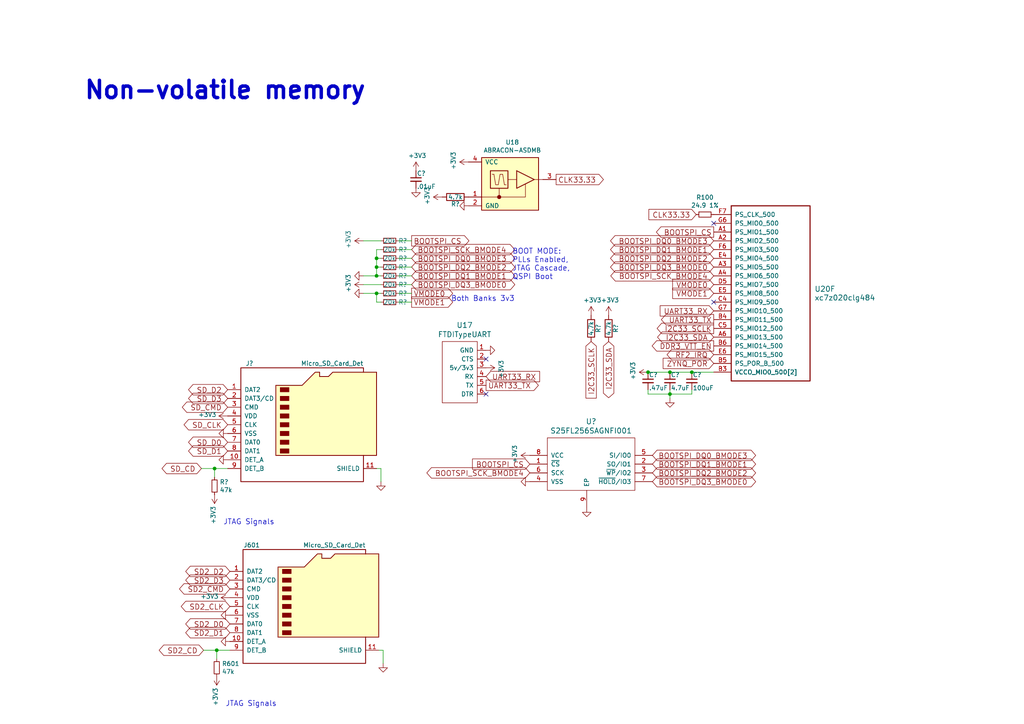
<source format=kicad_sch>
(kicad_sch (version 20231120) (generator "eeschema") (generator_version "8.0")
  (paper "A4")
  (junction (at 109.22 80.01))
  (junction (at 200.66 107.95))
  (junction (at 109.22 77.47))
  (junction (at 187.96 107.95))
  (junction (at 62.23 135.89))
  (junction (at 194.31 114.3))
  (junction (at 109.22 85.09))
  (junction (at 194.31 107.95))
  (junction (at 109.22 74.93))
  (junction (at 62.865 188.595))
  (no_connect (at 140.97 114.3))
  (no_connect (at 207.01 64.77))
  (no_connect (at 207.01 87.63))
  (no_connect (at 140.97 104.14))
  (wire (pts (xy 110.49 69.85) (xy 105.41 69.85)))
  (wire (pts (xy 119.38 87.63) (xy 115.57 87.63)))
  (wire (pts (xy 110.49 135.89) (xy 110.49 139.7)))
  (wire (pts (xy 194.31 114.3) (xy 194.31 113.03)))
  (wire (pts (xy 105.41 85.09) (xy 109.22 85.09)))
  (wire (pts (xy 62.23 135.89) (xy 58.42 135.89)))
  (wire (pts (xy 110.49 87.63) (xy 109.22 87.63)))
  (wire (pts (xy 66.04 135.89) (xy 62.23 135.89)))
  (wire (pts (xy 119.38 77.47) (xy 115.57 77.47)))
  (wire (pts (xy 105.41 82.55) (xy 110.49 82.55)))
  (wire (pts (xy 119.38 85.09) (xy 115.57 85.09)))
  (wire (pts (xy 187.96 113.03) (xy 187.96 114.3)))
  (wire (pts (xy 119.38 72.39) (xy 115.57 72.39)))
  (wire (pts (xy 109.22 87.63) (xy 109.22 85.09)))
  (wire (pts (xy 207.01 107.95) (xy 200.66 107.95)))
  (wire (pts (xy 110.49 85.09) (xy 109.22 85.09)))
  (wire (pts (xy 109.22 135.89) (xy 110.49 135.89)))
  (wire (pts (xy 119.38 80.01) (xy 115.57 80.01)))
  (wire (pts (xy 109.22 77.47) (xy 109.22 80.01)))
  (wire (pts (xy 194.31 107.95) (xy 200.66 107.95)))
  (wire (pts (xy 187.96 114.3) (xy 194.31 114.3)))
  (wire (pts (xy 119.38 74.93) (xy 115.57 74.93)))
  (wire (pts (xy 110.49 72.39) (xy 109.22 72.39)))
  (wire (pts (xy 66.675 188.595) (xy 62.865 188.595)))
  (wire (pts (xy 110.49 74.93) (xy 109.22 74.93)))
  (wire (pts (xy 110.49 77.47) (xy 109.22 77.47)))
  (wire (pts (xy 109.22 80.01) (xy 110.49 80.01)))
  (wire (pts (xy 62.865 188.595) (xy 59.055 188.595)))
  (wire (pts (xy 111.125 188.595) (xy 111.125 192.405)))
  (wire (pts (xy 200.66 114.3) (xy 200.66 113.03)))
  (wire (pts (xy 62.23 138.43) (xy 62.23 135.89)))
  (wire (pts (xy 194.31 114.3) (xy 200.66 114.3)))
  (wire (pts (xy 109.22 72.39) (xy 109.22 74.93)))
  (wire (pts (xy 109.22 74.93) (xy 109.22 77.47)))
  (wire (pts (xy 194.31 114.3) (xy 194.31 115.57)))
  (wire (pts (xy 119.38 82.55) (xy 115.57 82.55)))
  (wire (pts (xy 109.22 80.01) (xy 105.41 80.01)))
  (wire (pts (xy 62.865 191.135) (xy 62.865 188.595)))
  (wire (pts (xy 109.855 188.595) (xy 111.125 188.595)))
  (wire (pts (xy 115.57 69.85) (xy 119.38 69.85)))
  (wire (pts (xy 187.96 107.95) (xy 194.31 107.95)))
  (text "JTAG Signals" (at 64.77 152.4 0) (effects (font (size 1.524 1.524)) (justify left bottom)))
  (text "Both Banks 3v3" (at 130.81 87.63 0) (effects (font (size 1.524 1.524)) (justify left bottom)))
  (text "BOOT MODE:\nPLLs Enabled, \nJTAG Cascade,\nQSPI Boot" (at 148.59 81.28 0) (effects (font (size 1.524 1.524)) (justify left bottom)))
  (text "JTAG Signals" (at 65.405 205.105 0) (effects (font (size 1.524 1.524)) (justify left bottom)))
  (text "Non-volatile memory" (at 24.13 29.21 0) (effects (font (size 5.0038 5.0038) (thickness 1.0008) (bold yes)) (justify left bottom)))
  (global_label "BOOTSPI_DQ0_BMODE3" (shape bidirectional) (at 119.38 74.93 0) (effects (font (size 1.524 1.524))) (property "Intersheetrefs" "${INTERSHEET_REFS}" (effects (hide yes))))
  (global_label "SD2_CMD" (shape bidirectional) (at 66.675 170.815 180) (effects (font (size 1.524 1.524))) (property "Intersheetrefs" "${INTERSHEET_REFS}" (effects (hide yes))))
  (global_label "UART33_TX" (shape output) (at 207.01 92.71 180) (effects (font (size 1.524 1.524))) (property "Intersheetrefs" "${INTERSHEET_REFS}" (effects (hide yes))))
  (global_label "SD_CD" (shape bidirectional) (at 58.42 135.89 180) (effects (font (size 1.524 1.524))) (property "Intersheetrefs" "${INTERSHEET_REFS}" (effects (hide yes))))
  (global_label "BOOTSPI_DQ3_BMODE0" (shape bidirectional) (at 119.38 82.55 0) (effects (font (size 1.524 1.524))) (property "Intersheetrefs" "${INTERSHEET_REFS}" (effects (hide yes))))
  (global_label "BOOTSPI_DQ1_BMODE1" (shape bidirectional) (at 119.38 80.01 0) (effects (font (size 1.524 1.524))) (property "Intersheetrefs" "${INTERSHEET_REFS}" (effects (hide yes))))
  (global_label "SD2_D0" (shape bidirectional) (at 66.675 180.975 180) (effects (font (size 1.524 1.524))) (property "Intersheetrefs" "${INTERSHEET_REFS}" (effects (hide yes))))
  (global_label "BOOTSPI_DQ1_BMODE1" (shape bidirectional) (at 207.01 72.39 180) (effects (font (size 1.524 1.524))) (property "Intersheetrefs" "${INTERSHEET_REFS}" (effects (hide yes))))
  (global_label "VMODE0" (shape output) (at 119.38 85.09 0) (effects (font (size 1.524 1.524))) (property "Intersheetrefs" "${INTERSHEET_REFS}" (effects (hide yes))))
  (global_label "UART33_RX" (shape input) (at 140.97 109.22 0) (effects (font (size 1.524 1.524))) (property "Intersheetrefs" "${INTERSHEET_REFS}" (effects (hide yes))))
  (global_label "UART33_RX" (shape input) (at 207.01 90.17 180) (effects (font (size 1.524 1.524))) (property "Intersheetrefs" "${INTERSHEET_REFS}" (effects (hide yes))))
  (global_label "BOOTSPI_DQ1_BMODE1" (shape bidirectional) (at 189.23 134.62 0) (effects (font (size 1.524 1.524))) (property "Intersheetrefs" "${INTERSHEET_REFS}" (effects (hide yes))))
  (global_label "SD2_CD" (shape bidirectional) (at 59.055 188.595 180) (effects (font (size 1.524 1.524))) (property "Intersheetrefs" "${INTERSHEET_REFS}" (effects (hide yes))))
  (global_label "I2C33_SCLK" (shape input) (at 171.45 99.06 270) (effects (font (size 1.524 1.524))) (property "Intersheetrefs" "${INTERSHEET_REFS}" (effects (hide yes))))
  (global_label "BOOTSPI_SCK_BMODE4" (shape bidirectional) (at 207.01 80.01 180) (effects (font (size 1.524 1.524))) (property "Intersheetrefs" "${INTERSHEET_REFS}" (effects (hide yes))))
  (global_label "BOOTSPI_SCK_BMODE4" (shape bidirectional) (at 119.38 72.39 0) (effects (font (size 1.524 1.524))) (property "Intersheetrefs" "${INTERSHEET_REFS}" (effects (hide yes))))
  (global_label "SD_D3" (shape bidirectional) (at 66.04 115.57 180) (effects (font (size 1.524 1.524))) (property "Intersheetrefs" "${INTERSHEET_REFS}" (effects (hide yes))))
  (global_label "SD_D0" (shape bidirectional) (at 66.04 128.27 180) (effects (font (size 1.524 1.524))) (property "Intersheetrefs" "${INTERSHEET_REFS}" (effects (hide yes))))
  (global_label "SD_CMD" (shape bidirectional) (at 66.04 118.11 180) (effects (font (size 1.524 1.524))) (property "Intersheetrefs" "${INTERSHEET_REFS}" (effects (hide yes))))
  (global_label "SD2_D3" (shape bidirectional) (at 66.675 168.275 180) (effects (font (size 1.524 1.524))) (property "Intersheetrefs" "${INTERSHEET_REFS}" (effects (hide yes))))
  (global_label "BOOTSPI_DQ2_BMODE2" (shape bidirectional) (at 119.38 77.47 0) (effects (font (size 1.524 1.524))) (property "Intersheetrefs" "${INTERSHEET_REFS}" (effects (hide yes))))
  (global_label "SD_D1" (shape bidirectional) (at 66.04 130.81 180) (effects (font (size 1.524 1.524))) (property "Intersheetrefs" "${INTERSHEET_REFS}" (effects (hide yes))))
  (global_label "DDR3_VTT_EN" (shape output) (at 207.01 100.33 180) (effects (font (size 1.524 1.524))) (property "Intersheetrefs" "${INTERSHEET_REFS}" (effects (hide yes))))
  (global_label "I2C33_SDA" (shape bidirectional) (at 207.01 97.79 180) (effects (font (size 1.524 1.524))) (property "Intersheetrefs" "${INTERSHEET_REFS}" (effects (hide yes))))
  (global_label "BOOTSPI_CS" (shape output) (at 207.01 67.31 180) (effects (font (size 1.524 1.524))) (property "Intersheetrefs" "${INTERSHEET_REFS}" (effects (hide yes))))
  (global_label "BOOTSPI_DQ0_BMODE3" (shape bidirectional) (at 189.23 132.08 0) (effects (font (size 1.524 1.524))) (property "Intersheetrefs" "${INTERSHEET_REFS}" (effects (hide yes))))
  (global_label "SD2_D1" (shape bidirectional) (at 66.675 183.515 180) (effects (font (size 1.524 1.524))) (property "Intersheetrefs" "${INTERSHEET_REFS}" (effects (hide yes))))
  (global_label "I2C33_SDA" (shape bidirectional) (at 176.53 99.06 270) (effects (font (size 1.524 1.524))) (property "Intersheetrefs" "${INTERSHEET_REFS}" (effects (hide yes))))
  (global_label "I2C33_SCLK" (shape output) (at 207.01 95.25 180) (effects (font (size 1.524 1.524))) (property "Intersheetrefs" "${INTERSHEET_REFS}" (effects (hide yes))))
  (global_label "BOOTSPI_CS" (shape input) (at 153.67 134.62 180) (effects (font (size 1.524 1.524))) (property "Intersheetrefs" "${INTERSHEET_REFS}" (effects (hide yes))))
  (global_label "CLK33.33" (shape output) (at 161.29 52.07 0) (effects (font (size 1.524 1.524))) (property "Intersheetrefs" "${INTERSHEET_REFS}" (effects (hide yes))))
  (global_label "BOOTSPI_DQ3_BMODE0" (shape bidirectional) (at 207.01 77.47 180) (effects (font (size 1.524 1.524))) (property "Intersheetrefs" "${INTERSHEET_REFS}" (effects (hide yes))))
  (global_label "BOOTSPI_DQ2_BMODE2" (shape bidirectional) (at 207.01 74.93 180) (effects (font (size 1.524 1.524))) (property "Intersheetrefs" "${INTERSHEET_REFS}" (effects (hide yes))))
  (global_label "BOOTSPI_DQ3_BMODE0" (shape bidirectional) (at 189.23 139.7 0) (effects (font (size 1.524 1.524))) (property "Intersheetrefs" "${INTERSHEET_REFS}" (effects (hide yes))))
  (global_label "UART33_TX" (shape output) (at 140.97 111.76 0) (effects (font (size 1.524 1.524))) (property "Intersheetrefs" "${INTERSHEET_REFS}" (effects (hide yes))))
  (global_label "RF2_IRQ" (shape bidirectional) (at 207.01 102.87 180) (effects (font (size 1.524 1.524))) (property "Intersheetrefs" "${INTERSHEET_REFS}" (effects (hide yes))))
  (global_label "BOOTSPI_DQ0_BMODE3" (shape bidirectional) (at 207.01 69.85 180) (effects (font (size 1.524 1.524))) (property "Intersheetrefs" "${INTERSHEET_REFS}" (effects (hide yes))))
  (global_label "SD2_CLK" (shape bidirectional) (at 66.675 175.895 180) (effects (font (size 1.524 1.524))) (property "Intersheetrefs" "${INTERSHEET_REFS}" (effects (hide yes))))
  (global_label "SD_CLK" (shape bidirectional) (at 66.04 123.19 180) (effects (font (size 1.524 1.524))) (property "Intersheetrefs" "${INTERSHEET_REFS}" (effects (hide yes))))
  (global_label "VMODE0" (shape input) (at 207.01 82.55 180) (effects (font (size 1.524 1.524))) (property "Intersheetrefs" "${INTERSHEET_REFS}" (effects (hide yes))))
  (global_label "VMODE1" (shape output) (at 119.38 87.63 0) (effects (font (size 1.524 1.524))) (property "Intersheetrefs" "${INTERSHEET_REFS}" (effects (hide yes))))
  (global_label "BOOTSPI_CS" (shape output) (at 119.38 69.85 0) (effects (font (size 1.524 1.524))) (property "Intersheetrefs" "${INTERSHEET_REFS}" (effects (hide yes))))
  (global_label "BOOTSPI_SCK_BMODE4" (shape bidirectional) (at 153.67 137.16 180) (effects (font (size 1.524 1.524))) (property "Intersheetrefs" "${INTERSHEET_REFS}" (effects (hide yes))))
  (global_label "BOOTSPI_DQ2_BMODE2" (shape bidirectional) (at 189.23 137.16 0) (effects (font (size 1.524 1.524))) (property "Intersheetrefs" "${INTERSHEET_REFS}" (effects (hide yes))))
  (global_label "SD2_D2" (shape bidirectional) (at 66.675 165.735 180) (effects (font (size 1.524 1.524))) (property "Intersheetrefs" "${INTERSHEET_REFS}" (effects (hide yes))))
  (global_label "SD_D2" (shape bidirectional) (at 66.04 113.03 180) (effects (font (size 1.524 1.524))) (property "Intersheetrefs" "${INTERSHEET_REFS}" (effects (hide yes))))
  (global_label "VMODE1" (shape input) (at 207.01 85.09 180) (effects (font (size 1.524 1.524))) (property "Intersheetrefs" "${INTERSHEET_REFS}" (effects (hide yes))))
  (global_label "CLK33.33" (shape input) (at 201.93 62.23 180) (effects (font (size 1.524 1.524))) (property "Intersheetrefs" "${INTERSHEET_REFS}" (effects (hide yes))))
  (global_label "ZYNQ_POR" (shape input) (at 207.01 105.41 180) (effects (font (size 1.524 1.524))) (property "Intersheetrefs" "${INTERSHEET_REFS}" (effects (hide yes))))
  (symbol (lib_id "DFTBoard-rescue:Micro_SD_Card_Det-") (at 88.9 123.19 0) (unit 1)
    (property "Reference" "J?" (at 72.39 105.41 0))
    (property "Value" "Micro_SD_Card_Det" (at 105.41 105.41 0) (effects (justify right)))
    (property "Footprint" "DFTcustom:AMPHENOL-114-00841-68" (effects (hide yes)))
    (property "MFR" "Amphenol ICC" (effects (hide yes)))
    (property "MPN" "114-00841-68" (effects (hide yes)))
    (property "SPR" "Digikey" (effects (hide yes)))
    (property "SPN" "114-00841-68-1-ND" (effects (hide yes)))
    (property "SPURL" "-" (effects (hide yes)))
    (instances (project "" (path "" (reference "J?") (unit 1)) (path "" (reference "J8") (unit 1))))
  )
  (symbol (lib_id "DFTBoard-rescue:GND-power") (at 110.49 139.7 0) (unit 1)
    (property "Reference" "#PWR?" (effects (hide yes)))
    (property "Value" "GND" (effects (hide yes)))
    (instances (project "" (path "" (reference "#PWR?") (unit 1)) (path "" (reference "#PWR0206") (unit 1))))
  )
  (symbol (lib_id "DFTBoard-rescue:GND-power") (at 66.04 133.35 270) (unit 1)
    (property "Reference" "#PWR?" (effects (hide yes)))
    (property "Value" "GND" (effects (hide yes)))
    (instances (project "" (path "" (reference "#PWR?") (unit 1)) (path "" (reference "#PWR0203") (unit 1))))
  )
  (symbol (lib_id "DFTBoard-rescue:+3V3-power") (at 66.04 120.65 90) (unit 1)
    (property "Reference" "#PWR?" (effects (hide yes)))
    (property "Value" "+3V3" (at 62.7888 120.269 90) (effects (justify left)))
    (instances (project "" (path "" (reference "#PWR?") (unit 1)) (path "" (reference "#PWR0201") (unit 1))))
  )
  (symbol (lib_id "Device:C_Small") (at 200.66 110.49 0) (unit 1)
    (property "Reference" "C?" (at 200.914 108.712 0) (effects (justify left)))
    (property "Value" "100uF" (at 200.914 112.522 0) (effects (justify left)))
    (property "Footprint" "Capacitor_SMD:C_1210_3225Metric" (effects (hide yes)))
    (property "MFR" "TAIYO YUDEN" (effects (hide yes)))
    (property "MPN" "JMK325ABJ107MM-P" (effects (hide yes)))
    (property "SPR" "Digikey" (effects (hide yes)))
    (property "SPN" "587-4313-1-ND" (effects (hide yes)))
    (instances (project "" (path "" (reference "C?") (unit 1)) (path "" (reference "C?") (unit 1)) (path "" (reference "C123") (unit 1))))
  )
  (symbol (lib_id "Device:C_Small") (at 187.96 110.49 0) (unit 1)
    (property "Reference" "C?" (at 188.214 108.712 0) (effects (justify left)))
    (property "Value" ".47uF" (at 188.214 112.522 0) (effects (justify left)))
    (property "Footprint" "Capacitor_SMD:C_0402_1005Metric" (effects (hide yes)))
    (property "MFR" "Yageo" (effects (hide yes)))
    (property "MPN" "CC0402KRX5R5BB474" (effects (hide yes)))
    (property "SPR" "Digikey" (effects (hide yes)))
    (property "SPN" "311-1684-1-ND" (effects (hide yes)))
    (instances (project "" (path "" (reference "C?") (unit 1)) (path "" (reference "C?") (unit 1)) (path "" (reference "C121") (unit 1))))
  )
  (symbol (lib_id "Device:C_Small") (at 194.31 110.49 0) (unit 1)
    (property "Reference" "C?" (at 194.564 108.712 0) (effects (justify left)))
    (property "Value" "4.7uF" (at 194.564 112.522 0) (effects (justify left)))
    (property "Footprint" "Capacitor_SMD:C_0402_1005Metric" (effects (hide yes)))
    (property "MFR" "Murata" (effects (hide yes)))
    (property "MPN" "GRM155R60G475ME47D" (effects (hide yes)))
    (property "SPR" "Digikey" (effects (hide yes)))
    (property "SPN" "490-11980-1-ND" (effects (hide yes)))
    (instances (project "" (path "" (reference "C?") (unit 1)) (path "" (reference "C?") (unit 1)) (path "" (reference "C122") (unit 1))))
  )
  (symbol (lib_id "DFTBoard-rescue:GND-power") (at 194.31 115.57 0) (unit 1)
    (property "Reference" "#PWR?" (effects (hide yes)))
    (property "Value" "GND" (effects (hide yes)))
    (instances (project "" (path "" (reference "#PWR?") (unit 1)) (path "" (reference "#PWR?") (unit 1)) (path "" (reference "#PWR0205") (unit 1))))
  )
  (symbol (lib_id "DFTBoard-rescue:+3V3-power") (at 187.96 107.95 90) (unit 1)
    (property "Reference" "#PWR?" (effects (hide yes)))
    (property "Value" "+3V3" (at 183.5658 107.569 0))
    (instances (project "" (path "" (reference "#PWR?") (unit 1)) (path "" (reference "#PWR0204") (unit 1))))
  )
  (symbol (lib_id "Device:R_Small") (at 62.23 140.97 180) (unit 1)
    (property "Reference" "R?" (at 63.7286 139.8016 0) (effects (justify right)))
    (property "Value" "47k" (at 63.7286 142.113 0) (effects (justify right)))
    (property "Footprint" "Resistor_SMD:R_0402_1005Metric" (effects (hide yes)))
    (property "MFR" "Yageo" (effects (hide yes)))
    (property "MPN" "RC0402FR-0747KL" (effects (hide yes)))
    (property "SPR" "Digikey" (effects (hide yes)))
    (property "SPN" "311-47.0KLRTR-ND" (effects (hide yes)))
    (property "SPURL" "-" (effects (hide yes)))
    (instances (project "" (path "" (reference "R?") (unit 1)) (path "" (reference "R99") (unit 1))))
  )
  (symbol (lib_id "DFTBoard-rescue:+3V3-power") (at 62.23 143.51 180) (unit 1)
    (property "Reference" "#PWR?" (effects (hide yes)))
    (property "Value" "+3V3" (at 61.849 146.7612 90) (effects (justify left)))
    (instances (project "" (path "" (reference "#PWR?") (unit 1)) (path "" (reference "#PWR0200") (unit 1))))
  )
  (symbol (lib_id "Device:R_Small") (at 113.03 85.09 270) (unit 1)
    (property "Reference" "R?" (at 116.84 85.09 90))
    (property "Value" "20k" (at 113.03 85.09 90))
    (property "Footprint" "Resistor_SMD:R_0402_1005Metric" (effects (hide yes)))
    (property "MFR" "Yageo" (effects (hide yes)))
    (property "MPN" "RT0402BRD0720KL" (effects (hide yes)))
    (property "SPR" "Digikey" (effects (hide yes)))
    (property "SPN" "YAG1388CT-ND" (effects (hide yes)))
    (property "SPURL" "-" (effects (hide yes)))
    (instances (project "" (path "" (reference "R?") (unit 1)) (path "" (reference "R96") (unit 1))))
  )
  (symbol (lib_id "Device:R_Small") (at 113.03 87.63 270) (unit 1)
    (property "Reference" "R?" (at 116.84 87.63 90))
    (property "Value" "20k" (at 113.03 87.63 90))
    (property "Footprint" "Resistor_SMD:R_0402_1005Metric" (effects (hide yes)))
    (property "MFR" "Yageo" (effects (hide yes)))
    (property "MPN" "RT0402BRD0720KL" (effects (hide yes)))
    (property "SPR" "Digikey" (effects (hide yes)))
    (property "SPN" "YAG1388CT-ND" (effects (hide yes)))
    (property "SPURL" "-" (effects (hide yes)))
    (instances (project "" (path "" (reference "R?") (unit 1)) (path "" (reference "R97") (unit 1))))
  )
  (symbol (lib_id "DFTBoard-rescue:GND-power") (at 105.41 85.09 270) (unit 1)
    (property "Reference" "#PWR?" (effects (hide yes)))
    (property "Value" "GND" (effects (hide yes)))
    (instances (project "" (path "" (reference "#PWR?") (unit 1)) (path "" (reference "#PWR0190") (unit 1))))
  )
  (symbol (lib_id "Device:R_Small") (at 113.03 82.55 270) (unit 1)
    (property "Reference" "R?" (at 116.84 82.55 90))
    (property "Value" "20k" (at 113.03 82.55 90))
    (property "Footprint" "Resistor_SMD:R_0402_1005Metric" (effects (hide yes)))
    (property "MFR" "Yageo" (effects (hide yes)))
    (property "MPN" "RT0402BRD0720KL" (effects (hide yes)))
    (property "SPR" "Digikey" (effects (hide yes)))
    (property "SPN" "YAG1388CT-ND" (effects (hide yes)))
    (property "SPURL" "-" (effects (hide yes)))
    (instances (project "" (path "" (reference "R?") (unit 1)) (path "" (reference "R95") (unit 1))))
  )
  (symbol (lib_id "Device:R_Small") (at 113.03 72.39 270) (unit 1)
    (property "Reference" "R?" (at 116.84 72.39 90))
    (property "Value" "20k" (at 113.03 72.39 90))
    (property "Footprint" "Resistor_SMD:R_0402_1005Metric" (effects (hide yes)))
    (property "MFR" "Yageo" (effects (hide yes)))
    (property "MPN" "RT0402BRD0720KL" (effects (hide yes)))
    (property "SPR" "Digikey" (effects (hide yes)))
    (property "SPN" "YAG1388CT-ND" (effects (hide yes)))
    (property "SPURL" "-" (effects (hide yes)))
    (instances (project "" (path "" (reference "R?") (unit 1)) (path "" (reference "R91") (unit 1))))
  )
  (symbol (lib_id "Device:R_Small") (at 113.03 74.93 270) (unit 1)
    (property "Reference" "R?" (at 116.84 74.93 90))
    (property "Value" "20k" (at 113.03 74.93 90))
    (property "Footprint" "Resistor_SMD:R_0402_1005Metric" (effects (hide yes)))
    (property "MFR" "Yageo" (effects (hide yes)))
    (property "MPN" "RT0402BRD0720KL" (effects (hide yes)))
    (property "SPR" "Digikey" (effects (hide yes)))
    (property "SPN" "YAG1388CT-ND" (effects (hide yes)))
    (property "SPURL" "-" (effects (hide yes)))
    (instances (project "" (path "" (reference "R?") (unit 1)) (path "" (reference "R92") (unit 1))))
  )
  (symbol (lib_id "Device:R_Small") (at 113.03 77.47 270) (unit 1)
    (property "Reference" "R?" (at 116.84 77.47 90))
    (property "Value" "20k" (at 113.03 77.47 90))
    (property "Footprint" "Resistor_SMD:R_0402_1005Metric" (effects (hide yes)))
    (property "MFR" "Yageo" (effects (hide yes)))
    (property "MPN" "RT0402BRD0720KL" (effects (hide yes)))
    (property "SPR" "Digikey" (effects (hide yes)))
    (property "SPN" "YAG1388CT-ND" (effects (hide yes)))
    (property "SPURL" "-" (effects (hide yes)))
    (instances (project "" (path "" (reference "R?") (unit 1)) (path "" (reference "R93") (unit 1))))
  )
  (symbol (lib_id "Device:R_Small") (at 113.03 80.01 270) (unit 1)
    (property "Reference" "R?" (at 116.84 80.01 90))
    (property "Value" "20k" (at 113.03 80.01 90))
    (property "Footprint" "Resistor_SMD:R_0402_1005Metric" (effects (hide yes)))
    (property "MFR" "Yageo" (effects (hide yes)))
    (property "MPN" "RT0402BRD0720KL" (effects (hide yes)))
    (property "SPR" "Digikey" (effects (hide yes)))
    (property "SPN" "YAG1388CT-ND" (effects (hide yes)))
    (property "SPURL" "-" (effects (hide yes)))
    (instances (project "" (path "" (reference "R?") (unit 1)) (path "" (reference "R94") (unit 1))))
  )
  (symbol (lib_id "DFTBoard-rescue:+3V3-power") (at 105.41 82.55 90) (unit 1)
    (property "Reference" "#PWR?" (effects (hide yes)))
    (property "Value" "+3V3" (at 101.0158 82.169 0))
    (instances (project "" (path "" (reference "#PWR?") (unit 1)) (path "" (reference "#PWR0189") (unit 1))))
  )
  (symbol (lib_id "DFTBoard-rescue:S25FL256SAGNFI001-parts") (at 171.45 134.62 0) (unit 1)
    (property "Reference" "U?" (at 171.45 122.2502 0) (effects (font (size 1.524 1.524))))
    (property "Value" "S25FL256SAGNFI001" (at 171.45 124.9426 0) (effects (font (size 1.524 1.524))))
    (property "Footprint" "footprints:Cypress-002-18827-0-0-0" (effects (hide yes)))
    (property "MFR" "Cypress" (effects (hide yes)))
    (property "MPN" "S25FL256SAGNFI001" (effects (hide yes)))
    (property "SPR" "Digikey" (effects (hide yes)))
    (property "SPN" "1274-1005-ND" (effects (hide yes)))
    (property "SPURL" "-" (effects (hide yes)))
    (instances (project "" (path "" (reference "U?") (unit 1)) (path "" (reference "U19") (unit 1))))
  )
  (symbol (lib_id "DFTBoard-rescue:+3V3-power") (at 153.67 132.08 90) (unit 1)
    (property "Reference" "#PWR?" (effects (hide yes)))
    (property "Value" "+3V3" (at 149.2758 131.699 0))
    (instances (project "" (path "" (reference "#PWR?") (unit 1)) (path "" (reference "#PWR0198") (unit 1))))
  )
  (symbol (lib_id "DFTBoard-rescue:GND-power") (at 153.67 139.7 270) (unit 1)
    (property "Reference" "#PWR?" (effects (hide yes)))
    (property "Value" "GND" (effects (hide yes)))
    (instances (project "" (path "" (reference "#PWR?") (unit 1)) (path "" (reference "#PWR0199") (unit 1))))
  )
  (symbol (lib_id "Abracon:ABRACON-ASDMB") (at 148.59 52.07 0) (unit 1)
    (property "Reference" "U18" (at 148.59 41.275 0))
    (property "Value" "ABRACON-ASDMB" (at 148.59 43.5864 0))
    (property "Footprint" "XTAL_ASDMB-24.000MHZ-LC-T:XTAL_ASDMB-24.000MHZ-LC-T" (effects (hide yes)))
    (property "Datasheet" "http://www.abracon.com/Oscillators/ASDMB.pdf" (effects (hide yes)))
    (property "Manuf" "Abracon" (effects (hide yes)))
    (property "MPN" "ASDMB-24.000MHZ-LC-T" (effects (hide yes)))
    (property "MFR" "Abracon LLC" (effects (hide yes)))
    (property "SPR" "Digikey" (effects (hide yes)))
    (property "SPN" "535-11728-1-ND" (effects (hide yes)))
    (property "SPURL" "-" (effects (hide yes)))
  )
  (symbol (lib_id "DFTBoard-rescue:GND-power") (at 135.89 59.69 270) (unit 1)
    (property "Reference" "#PWR?" (effects (hide yes)))
    (property "Value" "GND" (effects (hide yes)))
    (instances (project "" (path "" (reference "#PWR?") (unit 1)) (path "" (reference "#PWR?") (unit 1)) (path "" (reference "#PWR0195") (unit 1))))
  )
  (symbol (lib_id "DFTBoard-rescue:+3V3-power") (at 135.89 46.99 90) (unit 1)
    (property "Reference" "#PWR?" (effects (hide yes)))
    (property "Value" "+3V3" (at 131.4958 46.609 0))
    (instances (project "" (path "" (reference "#PWR?") (unit 1)) (path "" (reference "#PWR0194") (unit 1))))
  )
  (symbol (lib_id "Device:C_Small") (at 120.65 52.07 0) (unit 1)
    (property "Reference" "C?" (at 120.904 50.292 0) (effects (justify left)))
    (property "Value" ".01uF" (at 120.904 54.102 0) (effects (justify left)))
    (property "Footprint" "Capacitor_SMD:C_0402_1005Metric" (effects (hide yes)))
    (property "MFR" "Murata" (effects (hide yes)))
    (property "SPR" "Digikey" (effects (hide yes)))
    (property "MPN" "GRM155R71H103KA88J" (effects (hide yes)))
    (property "SPN" "490-6351-1-ND" (effects (hide yes)))
    (property "SPURL" "-" (effects (hide yes)))
    (instances (project "" (path "" (reference "C?") (unit 1)) (path "" (reference "C120") (unit 1))))
  )
  (symbol (lib_id "DFTBoard-rescue:+3V3-power") (at 120.65 49.53 0) (unit 1)
    (property "Reference" "#PWR?" (effects (hide yes)))
    (property "Value" "+3V3" (at 121.031 45.1358 0))
    (instances (project "" (path "" (reference "#PWR?") (unit 1)) (path "" (reference "#PWR0191") (unit 1))))
  )
  (symbol (lib_id "DFTBoard-rescue:GND-power") (at 120.65 54.61 0) (unit 1)
    (property "Reference" "#PWR?" (effects (hide yes)))
    (property "Value" "GND" (effects (hide yes)))
    (instances (project "" (path "" (reference "#PWR?") (unit 1)) (path "" (reference "#PWR?") (unit 1)) (path "" (reference "#PWR0192") (unit 1))))
  )
  (symbol (lib_id "Device:R_Small") (at 204.47 62.23 270) (unit 1)
    (property "Reference" "R100" (at 204.47 57.2516 90))
    (property "Value" "24.9 1%" (at 204.47 59.563 90))
    (property "Footprint" "Resistor_SMD:R_0402_1005Metric" (effects (hide yes)))
    (property "MFR" "Yageo" (effects (hide yes)))
    (property "MPN" "RC0402FR-0724K9L" (effects (hide yes)))
    (property "SPR" "Digikey" (effects (hide yes)))
    (property "SPN" "311-24.9KLRTR-ND" (effects (hide yes)))
    (property "SPURL" "-" (effects (hide yes)))
  )
  (symbol (lib_id "Device:R") (at 132.08 57.15 270) (unit 1)
    (property "Reference" "R?" (at 132.08 59.182 90))
    (property "Value" "4.7k" (at 132.08 57.15 90))
    (property "Footprint" "Resistor_SMD:R_0402_1005Metric" (effects (hide yes)))
    (property "MFR" "Yageo" (effects (hide yes)))
    (property "MPN" "RC0402JR-074K7L" (effects (hide yes)))
    (property "SPR" "Digikey" (effects (hide yes)))
    (property "SPN" "311-4.7KJRCT-ND" (effects (hide yes)))
    (instances (project "" (path "" (reference "R?") (unit 1)) (path "" (reference "R98") (unit 1))))
  )
  (symbol (lib_id "DFTBoard-rescue:+3V3-power") (at 128.27 57.15 90) (unit 1)
    (property "Reference" "#PWR?" (effects (hide yes)))
    (property "Value" "+3V3" (at 123.8758 56.769 0))
    (instances (project "" (path "" (reference "#PWR?") (unit 1)) (path "" (reference "#PWR0193") (unit 1))))
  )
  (symbol (lib_id "DFTCustom:FTDITypeUART") (at 133.35 109.22 0) (unit 1)
    (property "Reference" "U17" (at 134.7724 94.3102 0) (effects (font (size 1.524 1.524))))
    (property "Value" "FTDITypeUART" (at 134.7724 97.0026 0) (effects (font (size 1.524 1.524))))
    (property "Footprint" "DFTcustom:FTDI_CONN" (effects (hide yes)))
    (property "MFR" "DNS" (effects (hide yes)))
    (property "MPN" "-" (effects (hide yes)))
    (property "SPR" "-" (effects (hide yes)))
    (property "SPN" "-" (effects (hide yes)))
    (property "SPURL" "-" (effects (hide yes)))
  )
  (symbol (lib_id "DFTBoard-rescue:GND-power") (at 140.97 101.6 90) (unit 1)
    (property "Reference" "#PWR?" (effects (hide yes)))
    (property "Value" "GND" (effects (hide yes)))
    (instances (project "" (path "" (reference "#PWR?") (unit 1)) (path "" (reference "#PWR?") (unit 1)) (path "" (reference "#PWR0196") (unit 1))))
  )
  (symbol (lib_id "DFTBoard-rescue:+3V3-power") (at 140.97 106.68 270) (unit 1)
    (property "Reference" "#PWR?" (effects (hide yes)))
    (property "Value" "+3V3" (at 145.3642 107.061 0))
    (instances (project "" (path "" (reference "#PWR?") (unit 1)) (path "" (reference "#PWR0197") (unit 1))))
  )
  (symbol (lib_id "Device:R") (at 171.45 95.25 0) (unit 1)
    (property "Reference" "R?" (at 173.482 95.25 90))
    (property "Value" "4.7k" (at 171.45 95.25 90))
    (property "Footprint" "Resistor_SMD:R_0402_1005Metric" (effects (hide yes)))
    (property "MFR" "Yageo" (effects (hide yes)))
    (property "MPN" "RC0402JR-074K7L" (effects (hide yes)))
    (property "SPR" "Digikey" (effects (hide yes)))
    (property "SPN" "311-4.7KJRCT-ND" (effects (hide yes)))
    (instances (project "" (path "" (reference "R?") (unit 1)) (path "" (reference "R?") (unit 1)) (path "" (reference "R?") (unit 1)) (path "" (reference "R103") (unit 1))))
  )
  (symbol (lib_id "Device:R") (at 176.53 95.25 0) (unit 1)
    (property "Reference" "R?" (at 178.562 95.25 90))
    (property "Value" "4.7k" (at 176.53 95.25 90))
    (property "Footprint" "Resistor_SMD:R_0402_1005Metric" (effects (hide yes)))
    (property "MFR" "Yageo" (effects (hide yes)))
    (property "MPN" "RC0402JR-074K7L" (effects (hide yes)))
    (property "SPR" "Digikey" (effects (hide yes)))
    (property "SPN" "311-4.7KJRCT-ND" (effects (hide yes)))
    (instances (project "" (path "" (reference "R?") (unit 1)) (path "" (reference "R?") (unit 1)) (path "" (reference "R?") (unit 1)) (path "" (reference "R104") (unit 1))))
  )
  (symbol (lib_id "DFTBoard-rescue:+3V3-power") (at 171.45 91.44 0) (unit 1)
    (property "Reference" "#PWR?" (effects (hide yes)))
    (property "Value" "+3V3" (at 171.831 87.0458 0))
    (instances (project "" (path "" (reference "#PWR?") (unit 1)) (path "" (reference "#PWR0230") (unit 1))))
  )
  (symbol (lib_id "DFTBoard-rescue:+3V3-power") (at 176.53 91.44 0) (unit 1)
    (property "Reference" "#PWR?" (effects (hide yes)))
    (property "Value" "+3V3" (at 176.911 87.0458 0))
    (instances (project "" (path "" (reference "#PWR?") (unit 1)) (path "" (reference "#PWR0231") (unit 1))))
  )
  (symbol (lib_id "DFTBoard-rescue:GND-power") (at 105.41 80.01 270) (unit 1)
    (property "Reference" "#PWR?" (effects (hide yes)))
    (property "Value" "GND" (effects (hide yes)))
    (instances (project "" (path "" (reference "#PWR?") (unit 1)) (path "" (reference "#PWR0343") (unit 1))))
  )
  (symbol (lib_id "Device:R_Small") (at 113.03 69.85 270) (unit 1)
    (property "Reference" "R?" (at 116.84 69.85 90))
    (property "Value" "20k" (at 113.03 69.85 90))
    (property "Footprint" "Resistor_SMD:R_0402_1005Metric" (effects (hide yes)))
    (property "MFR" "Yageo" (effects (hide yes)))
    (property "MPN" "RT0402BRD0720KL" (effects (hide yes)))
    (property "SPR" "Digikey" (effects (hide yes)))
    (property "SPN" "YAG1388CT-ND" (effects (hide yes)))
    (property "SPURL" "-" (effects (hide yes)))
    (instances (project "" (path "" (reference "R?") (unit 1)) (path "" (reference "R106") (unit 1))))
  )
  (symbol (lib_id "DFTBoard-rescue:+3V3-power") (at 105.41 69.85 90) (unit 1)
    (property "Reference" "#PWR?" (effects (hide yes)))
    (property "Value" "+3V3" (at 101.0158 69.469 0))
    (instances (project "" (path "" (reference "#PWR?") (unit 1)) (path "" (reference "#PWR0356") (unit 1))))
  )
  (symbol (lib_id "DFTBoard-rescue:GND-power") (at 170.18 147.32 0) (unit 1)
    (property "Reference" "#PWR?" (effects (hide yes)))
    (property "Value" "GND" (effects (hide yes)))
    (instances (project "" (path "" (reference "#PWR?") (unit 1)) (path "" (reference "#PWR?") (unit 1)) (path "" (reference "#PWR0357") (unit 1))))
  )
  (symbol (lib_id "Device:R_Small") (at 62.865 193.675 180) (unit 1)
    (property "Reference" "R601" (at 64.3636 192.5066 0) (effects (justify right)))
    (property "Value" "47k" (at 64.3636 194.818 0) (effects (justify right)))
    (property "Footprint" "Resistor_SMD:R_0402_1005Metric" (effects (hide yes)))
    (property "MFR" "Yageo" (effects (hide yes)))
    (property "MPN" "RC0402FR-0747KL" (effects (hide yes)))
    (property "SPR" "Digikey" (effects (hide yes)))
    (property "SPN" "311-47.0KLRTR-ND" (effects (hide yes)))
    (property "SPURL" "-" (effects (hide yes)))
  )
  (symbol (lib_id "DFTBoard-rescue:GND-power") (at 66.675 186.055 270) (unit 1)
    (property "Reference" "#PWR0605" (effects (hide yes)))
    (property "Value" "GND" (effects (hide yes)))
  )
  (symbol (lib_id "xilinx7:xc7z020clg484") (at 207.01 62.23 0) (unit 6)
    (property "Reference" "U20" (at 236.22 83.8199 0) (effects (font (size 1.524 1.524)) (justify left)))
    (property "Value" "xc7z020clg484" (at 236.22 86.3599 0) (effects (font (size 1.524 1.524)) (justify left)))
    (property "Footprint" "DFTcustom:BGA-484_19.0x19.0mm_Layout22x22_P0.80mm_dia0.40mm" (effects (hide yes)))
  )
  (symbol (lib_id "DFTBoard-rescue:+3V3-power") (at 66.675 173.355 90) (unit 1)
    (property "Reference" "#PWR0603" (effects (hide yes)))
    (property "Value" "+3V3" (at 63.4238 172.974 90) (effects (justify left)))
  )
  (symbol (lib_id "DFTBoard-rescue:+3V3-power") (at 62.865 196.215 180) (unit 1)
    (property "Reference" "#PWR0602" (effects (hide yes)))
    (property "Value" "+3V3" (at 62.484 199.4662 90) (effects (justify left)))
  )
  (symbol (lib_id "DFTBoard-rescue:GND-power") (at 66.675 178.435 270) (unit 1)
    (property "Reference" "#PWR0604" (effects (hide yes)))
    (property "Value" "GND" (effects (hide yes)))
  )
  (symbol (lib_id "DFTBoard-rescue:GND-power") (at 66.04 125.73 270) (unit 1)
    (property "Reference" "#PWR0601" (effects (hide yes)))
    (property "Value" "GND" (effects (hide yes)))
  )
  (symbol (lib_id "DFTBoard-rescue:GND-power") (at 111.125 192.405 0) (unit 1)
    (property "Reference" "#PWR0606" (effects (hide yes)))
    (property "Value" "GND" (effects (hide yes)))
  )
  (symbol (lib_id "DFTBoard-rescue:Micro_SD_Card_Det-") (at 89.535 175.895 0) (unit 1)
    (property "Reference" "J601" (at 73.025 158.115 0))
    (property "Value" "Micro_SD_Card_Det" (at 106.045 158.115 0) (effects (justify right)))
    (property "Footprint" "DFTcustom:AMPHENOL-114-00841-68" (effects (hide yes)))
    (property "MFR" "Amphenol ICC" (effects (hide yes)))
    (property "MPN" "114-00841-68" (effects (hide yes)))
    (property "SPR" "Digikey" (effects (hide yes)))
    (property "SPN" "114-00841-68-1-ND" (effects (hide yes)))
    (property "SPURL" "-" (effects (hide yes)))
  )
)
</source>
